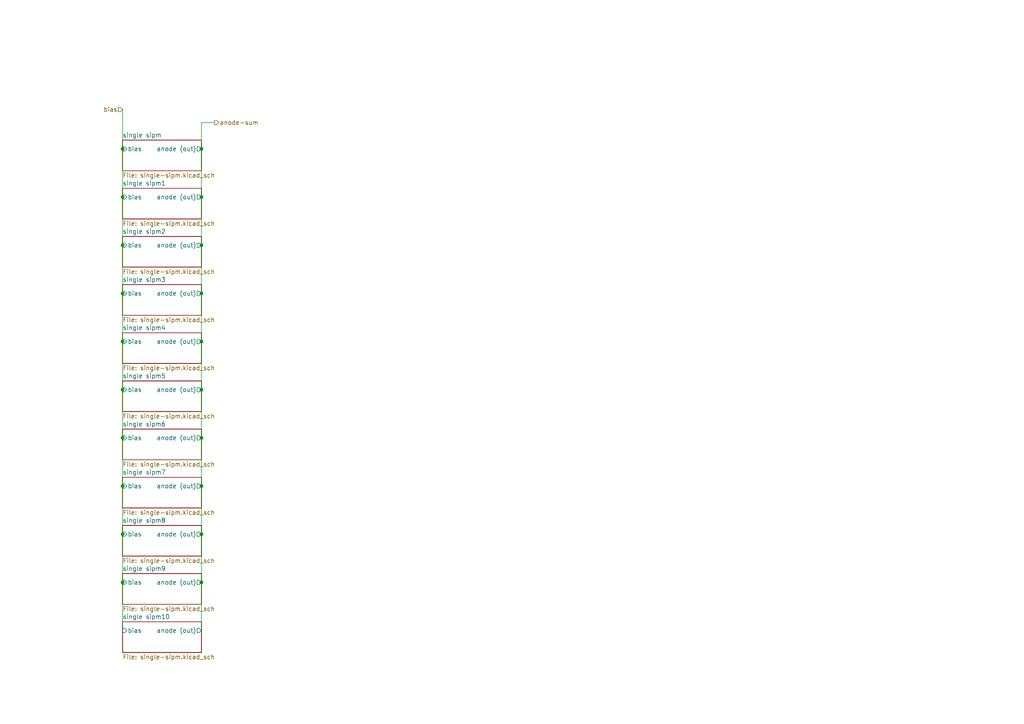
<source format=kicad_sch>
(kicad_sch
	(version 20250114)
	(generator "eeschema")
	(generator_version "9.0")
	(uuid "20612a74-b708-4c0b-a25b-22ca09df984a")
	(paper "A4")
	(lib_symbols)
	(junction
		(at 58.42 99.06)
		(diameter 0)
		(color 0 0 0 0)
		(uuid "0fc902e1-e0f5-4949-8dae-3da1da43ea7f")
	)
	(junction
		(at 58.42 140.97)
		(diameter 0)
		(color 0 0 0 0)
		(uuid "17bb7d1c-7cca-49ab-b858-66bfb9f79fa7")
	)
	(junction
		(at 35.56 168.91)
		(diameter 0)
		(color 0 0 0 0)
		(uuid "2295f8e4-6070-4ead-bd6a-d2b330448e90")
	)
	(junction
		(at 35.56 71.12)
		(diameter 0)
		(color 0 0 0 0)
		(uuid "2ba34e0d-735e-446b-b6b6-5eab89b768da")
	)
	(junction
		(at 35.56 154.94)
		(diameter 0)
		(color 0 0 0 0)
		(uuid "3c73ff54-9988-4578-a862-9feafc646afa")
	)
	(junction
		(at 58.42 127)
		(diameter 0)
		(color 0 0 0 0)
		(uuid "416357b7-e415-47d9-ba24-38fff43a94af")
	)
	(junction
		(at 35.56 99.06)
		(diameter 0)
		(color 0 0 0 0)
		(uuid "49f43d7e-ff0f-49e7-9b1c-12fe1054e205")
	)
	(junction
		(at 35.56 43.18)
		(diameter 0)
		(color 0 0 0 0)
		(uuid "4d9a09c4-f577-4461-9981-5a93c489917c")
	)
	(junction
		(at 35.56 57.15)
		(diameter 0)
		(color 0 0 0 0)
		(uuid "5950fe31-ea96-4f75-a90b-9ef5904b1984")
	)
	(junction
		(at 58.42 113.03)
		(diameter 0)
		(color 0 0 0 0)
		(uuid "5e861c29-ec98-4432-9fac-f3575d5811f6")
	)
	(junction
		(at 58.42 154.94)
		(diameter 0)
		(color 0 0 0 0)
		(uuid "806b2a3d-9140-4696-80cb-1d8e1075e663")
	)
	(junction
		(at 58.42 43.18)
		(diameter 0)
		(color 0 0 0 0)
		(uuid "81aafb9c-3d3a-48d5-ad5c-b24864842d47")
	)
	(junction
		(at 35.56 113.03)
		(diameter 0)
		(color 0 0 0 0)
		(uuid "843479b5-4789-4036-80bf-c97d638a1437")
	)
	(junction
		(at 58.42 57.15)
		(diameter 0)
		(color 0 0 0 0)
		(uuid "95100910-8609-4dca-b539-440da4ffcbdd")
	)
	(junction
		(at 35.56 85.09)
		(diameter 0)
		(color 0 0 0 0)
		(uuid "9ba686a7-dfd6-4004-9115-ff3f255c8ced")
	)
	(junction
		(at 58.42 71.12)
		(diameter 0)
		(color 0 0 0 0)
		(uuid "9d9a2cb3-63d6-4838-aa07-90bb9910bc77")
	)
	(junction
		(at 35.56 140.97)
		(diameter 0)
		(color 0 0 0 0)
		(uuid "d20e4329-62e9-4497-aa8a-4a3e72a957a7")
	)
	(junction
		(at 58.42 85.09)
		(diameter 0)
		(color 0 0 0 0)
		(uuid "daecd889-f761-4dec-baf5-ae50c117d9a1")
	)
	(junction
		(at 35.56 127)
		(diameter 0)
		(color 0 0 0 0)
		(uuid "e30006be-97ce-49fb-8c12-9ee00a9dc529")
	)
	(junction
		(at 58.42 168.91)
		(diameter 0)
		(color 0 0 0 0)
		(uuid "e8d50bbb-ef19-4906-ac86-296c30b5ea09")
	)
	(wire
		(pts
			(xy 58.42 57.15) (xy 58.42 71.12)
		)
		(stroke
			(width 0)
			(type default)
		)
		(uuid "2af908f9-57d9-47e0-86d6-fe3fd1a573a7")
	)
	(wire
		(pts
			(xy 58.42 140.97) (xy 58.42 154.94)
		)
		(stroke
			(width 0)
			(type default)
		)
		(uuid "2cafea06-41b2-4250-8296-3bddf1561cb0")
	)
	(wire
		(pts
			(xy 58.42 35.56) (xy 58.42 43.18)
		)
		(stroke
			(width 0)
			(type default)
		)
		(uuid "2fede623-9ed5-4a03-9736-3026cdc10d75")
	)
	(wire
		(pts
			(xy 35.56 57.15) (xy 35.56 71.12)
		)
		(stroke
			(width 0)
			(type default)
		)
		(uuid "38b41e68-1bc7-4670-b94c-dc84c26661d1")
	)
	(wire
		(pts
			(xy 62.23 35.56) (xy 58.42 35.56)
		)
		(stroke
			(width 0)
			(type default)
		)
		(uuid "39e835b5-8d42-4b4d-8c37-ddd65042a6ed")
	)
	(wire
		(pts
			(xy 35.56 85.09) (xy 35.56 99.06)
		)
		(stroke
			(width 0)
			(type default)
		)
		(uuid "3cca012d-0ce8-4891-b9f5-75c2a859bddc")
	)
	(wire
		(pts
			(xy 58.42 154.94) (xy 58.42 168.91)
		)
		(stroke
			(width 0)
			(type default)
		)
		(uuid "4ebb8eb4-16f5-4d2d-b5df-302cb38db79d")
	)
	(wire
		(pts
			(xy 58.42 99.06) (xy 58.42 113.03)
		)
		(stroke
			(width 0)
			(type default)
		)
		(uuid "593fb189-1dbd-4dd0-8914-a672a2159405")
	)
	(wire
		(pts
			(xy 35.56 31.75) (xy 35.56 43.18)
		)
		(stroke
			(width 0)
			(type default)
		)
		(uuid "60ee42f9-1fad-41fe-b7dc-79d55513288e")
	)
	(wire
		(pts
			(xy 58.42 85.09) (xy 58.42 99.06)
		)
		(stroke
			(width 0)
			(type default)
		)
		(uuid "6b18c31e-d22e-45ef-bfc5-9d8548121d20")
	)
	(wire
		(pts
			(xy 58.42 113.03) (xy 58.42 127)
		)
		(stroke
			(width 0)
			(type default)
		)
		(uuid "71dd7d92-6154-4eb7-a150-dba3eb163fa0")
	)
	(wire
		(pts
			(xy 35.56 43.18) (xy 35.56 57.15)
		)
		(stroke
			(width 0)
			(type default)
		)
		(uuid "7a509186-c4ba-4e57-98b9-41500bb513c4")
	)
	(wire
		(pts
			(xy 58.42 71.12) (xy 58.42 85.09)
		)
		(stroke
			(width 0)
			(type default)
		)
		(uuid "8184857d-cbbd-4a89-bd64-bf1cde24a5c0")
	)
	(wire
		(pts
			(xy 58.42 168.91) (xy 58.42 182.88)
		)
		(stroke
			(width 0)
			(type default)
		)
		(uuid "853d811b-4acf-4272-9382-be66de2ede96")
	)
	(wire
		(pts
			(xy 35.56 140.97) (xy 35.56 154.94)
		)
		(stroke
			(width 0)
			(type default)
		)
		(uuid "8b7b5aab-1f0c-4cb1-bc37-374f20f479cc")
	)
	(wire
		(pts
			(xy 35.56 113.03) (xy 35.56 127)
		)
		(stroke
			(width 0)
			(type default)
		)
		(uuid "99451d4c-bb2f-47a7-b309-80dd1268e5dd")
	)
	(wire
		(pts
			(xy 35.56 127) (xy 35.56 140.97)
		)
		(stroke
			(width 0)
			(type default)
		)
		(uuid "9bf750ed-1ac2-4b39-bf0b-a75c86d92f25")
	)
	(wire
		(pts
			(xy 35.56 154.94) (xy 35.56 168.91)
		)
		(stroke
			(width 0)
			(type default)
		)
		(uuid "b09c7c4d-738c-4131-9dbd-b2a45086e848")
	)
	(wire
		(pts
			(xy 35.56 71.12) (xy 35.56 85.09)
		)
		(stroke
			(width 0)
			(type default)
		)
		(uuid "bd290b47-fef1-431a-aa31-9a98c09429ff")
	)
	(wire
		(pts
			(xy 35.56 99.06) (xy 35.56 113.03)
		)
		(stroke
			(width 0)
			(type default)
		)
		(uuid "d343f982-8047-492e-8815-97ba9c5e77c4")
	)
	(wire
		(pts
			(xy 58.42 43.18) (xy 58.42 57.15)
		)
		(stroke
			(width 0)
			(type default)
		)
		(uuid "d7d41e5c-9161-4c66-9d31-324d63fe0c64")
	)
	(wire
		(pts
			(xy 58.42 127) (xy 58.42 140.97)
		)
		(stroke
			(width 0)
			(type default)
		)
		(uuid "ebe45add-fb20-4471-9772-71c3e64ac71c")
	)
	(wire
		(pts
			(xy 35.56 168.91) (xy 35.56 182.88)
		)
		(stroke
			(width 0)
			(type default)
		)
		(uuid "f1474104-500a-4c43-862d-2bd4cbdd6b49")
	)
	(hierarchical_label "bias"
		(shape input)
		(at 35.56 31.75 180)
		(effects
			(font
				(size 1.27 1.27)
			)
			(justify right)
		)
		(uuid "3e35c78a-db8d-4f78-981e-2f1ed3705d63")
	)
	(hierarchical_label "anode-sum"
		(shape output)
		(at 62.23 35.56 0)
		(effects
			(font
				(size 1.27 1.27)
			)
			(justify left)
		)
		(uuid "ec115b20-ccf9-4a4f-ac92-12f380516f36")
	)
	(sheet
		(at 35.56 82.55)
		(size 22.86 8.89)
		(exclude_from_sim no)
		(in_bom yes)
		(on_board yes)
		(dnp no)
		(fields_autoplaced yes)
		(stroke
			(width 0.1524)
			(type solid)
		)
		(fill
			(color 0 0 0 0.0000)
		)
		(uuid "000c6149-85ad-4330-a3b6-69b3fb993101")
		(property "Sheetname" "single sipm3"
			(at 35.56 81.8384 0)
			(effects
				(font
					(size 1.27 1.27)
				)
				(justify left bottom)
			)
		)
		(property "Sheetfile" "single-sipm.kicad_sch"
			(at 35.56 92.0246 0)
			(effects
				(font
					(size 1.27 1.27)
				)
				(justify left top)
			)
		)
		(pin "bias" input
			(at 35.56 85.09 180)
			(uuid "37cb2519-a386-482a-9e88-6ad0e3b9c86e")
			(effects
				(font
					(size 1.27 1.27)
				)
				(justify left)
			)
		)
		(pin "anode (out)" output
			(at 58.42 85.09 0)
			(uuid "9265f707-237d-4b18-a3fc-90d0170f07af")
			(effects
				(font
					(size 1.27 1.27)
				)
				(justify right)
			)
		)
		(instances
			(project "sipm-carrier"
				(path "/0ea1ec1f-35e4-4e8d-a06b-0b5fbc621c37/3c074e82-70e4-413f-9404-27bc853217d4"
					(page "8")
				)
			)
		)
	)
	(sheet
		(at 35.56 110.49)
		(size 22.86 8.89)
		(exclude_from_sim no)
		(in_bom yes)
		(on_board yes)
		(dnp no)
		(fields_autoplaced yes)
		(stroke
			(width 0.1524)
			(type solid)
		)
		(fill
			(color 0 0 0 0.0000)
		)
		(uuid "13b9ecbf-a2f2-43b2-9afc-6798ea294c0d")
		(property "Sheetname" "single sipm5"
			(at 35.56 109.7784 0)
			(effects
				(font
					(size 1.27 1.27)
				)
				(justify left bottom)
			)
		)
		(property "Sheetfile" "single-sipm.kicad_sch"
			(at 35.56 119.9646 0)
			(effects
				(font
					(size 1.27 1.27)
				)
				(justify left top)
			)
		)
		(pin "bias" input
			(at 35.56 113.03 180)
			(uuid "45020939-fdd0-4270-9c0f-d3724c4b8ac4")
			(effects
				(font
					(size 1.27 1.27)
				)
				(justify left)
			)
		)
		(pin "anode (out)" output
			(at 58.42 113.03 0)
			(uuid "35046fa5-5b23-4c19-9640-f8584939adc3")
			(effects
				(font
					(size 1.27 1.27)
				)
				(justify right)
			)
		)
		(instances
			(project "sipm-carrier"
				(path "/0ea1ec1f-35e4-4e8d-a06b-0b5fbc621c37/3c074e82-70e4-413f-9404-27bc853217d4"
					(page "10")
				)
			)
		)
	)
	(sheet
		(at 35.56 40.64)
		(size 22.86 8.89)
		(exclude_from_sim no)
		(in_bom yes)
		(on_board yes)
		(dnp no)
		(fields_autoplaced yes)
		(stroke
			(width 0.1524)
			(type solid)
		)
		(fill
			(color 0 0 0 0.0000)
		)
		(uuid "5875f7f7-f118-469a-b99c-ebafae8b3937")
		(property "Sheetname" "single sipm"
			(at 35.56 39.9284 0)
			(effects
				(font
					(size 1.27 1.27)
				)
				(justify left bottom)
			)
		)
		(property "Sheetfile" "single-sipm.kicad_sch"
			(at 35.56 50.1146 0)
			(effects
				(font
					(size 1.27 1.27)
				)
				(justify left top)
			)
		)
		(pin "bias" input
			(at 35.56 43.18 180)
			(uuid "ec9b4a31-408e-410d-989e-e55c32f900d7")
			(effects
				(font
					(size 1.27 1.27)
				)
				(justify left)
			)
		)
		(pin "anode (out)" output
			(at 58.42 43.18 0)
			(uuid "5a37b8d6-5661-4e32-aa88-d50f32d187dc")
			(effects
				(font
					(size 1.27 1.27)
				)
				(justify right)
			)
		)
		(instances
			(project "sipm-carrier"
				(path "/0ea1ec1f-35e4-4e8d-a06b-0b5fbc621c37/3c074e82-70e4-413f-9404-27bc853217d4"
					(page "5")
				)
			)
		)
	)
	(sheet
		(at 35.56 68.58)
		(size 22.86 8.89)
		(exclude_from_sim no)
		(in_bom yes)
		(on_board yes)
		(dnp no)
		(fields_autoplaced yes)
		(stroke
			(width 0.1524)
			(type solid)
		)
		(fill
			(color 0 0 0 0.0000)
		)
		(uuid "6f3057b3-609b-4865-96c4-2aab7db6a46c")
		(property "Sheetname" "single sipm2"
			(at 35.56 67.8684 0)
			(effects
				(font
					(size 1.27 1.27)
				)
				(justify left bottom)
			)
		)
		(property "Sheetfile" "single-sipm.kicad_sch"
			(at 35.56 78.0546 0)
			(effects
				(font
					(size 1.27 1.27)
				)
				(justify left top)
			)
		)
		(pin "bias" input
			(at 35.56 71.12 180)
			(uuid "055592db-ec4a-499a-a2a5-23dd9951e0e3")
			(effects
				(font
					(size 1.27 1.27)
				)
				(justify left)
			)
		)
		(pin "anode (out)" output
			(at 58.42 71.12 0)
			(uuid "fb200af6-103b-469c-9de5-db8842816acd")
			(effects
				(font
					(size 1.27 1.27)
				)
				(justify right)
			)
		)
		(instances
			(project "sipm-carrier"
				(path "/0ea1ec1f-35e4-4e8d-a06b-0b5fbc621c37/3c074e82-70e4-413f-9404-27bc853217d4"
					(page "7")
				)
			)
		)
	)
	(sheet
		(at 35.56 54.61)
		(size 22.86 8.89)
		(exclude_from_sim no)
		(in_bom yes)
		(on_board yes)
		(dnp no)
		(fields_autoplaced yes)
		(stroke
			(width 0.1524)
			(type solid)
		)
		(fill
			(color 0 0 0 0.0000)
		)
		(uuid "7bced872-2407-4e58-8d53-262d8dffe308")
		(property "Sheetname" "single sipm1"
			(at 35.56 53.8984 0)
			(effects
				(font
					(size 1.27 1.27)
				)
				(justify left bottom)
			)
		)
		(property "Sheetfile" "single-sipm.kicad_sch"
			(at 35.56 64.0846 0)
			(effects
				(font
					(size 1.27 1.27)
				)
				(justify left top)
			)
		)
		(pin "bias" input
			(at 35.56 57.15 180)
			(uuid "7d830d5d-4b88-4445-9bbe-59b9af997e50")
			(effects
				(font
					(size 1.27 1.27)
				)
				(justify left)
			)
		)
		(pin "anode (out)" output
			(at 58.42 57.15 0)
			(uuid "f06b4fe8-3ba0-4cd0-8e70-b2924cb89415")
			(effects
				(font
					(size 1.27 1.27)
				)
				(justify right)
			)
		)
		(instances
			(project "sipm-carrier"
				(path "/0ea1ec1f-35e4-4e8d-a06b-0b5fbc621c37/3c074e82-70e4-413f-9404-27bc853217d4"
					(page "6")
				)
			)
		)
	)
	(sheet
		(at 35.56 96.52)
		(size 22.86 8.89)
		(exclude_from_sim no)
		(in_bom yes)
		(on_board yes)
		(dnp no)
		(fields_autoplaced yes)
		(stroke
			(width 0.1524)
			(type solid)
		)
		(fill
			(color 0 0 0 0.0000)
		)
		(uuid "8320d274-72a1-4b71-8661-ac218bb0d748")
		(property "Sheetname" "single sipm4"
			(at 35.56 95.8084 0)
			(effects
				(font
					(size 1.27 1.27)
				)
				(justify left bottom)
			)
		)
		(property "Sheetfile" "single-sipm.kicad_sch"
			(at 35.56 105.9946 0)
			(effects
				(font
					(size 1.27 1.27)
				)
				(justify left top)
			)
		)
		(pin "bias" input
			(at 35.56 99.06 180)
			(uuid "7c31cd8c-7534-4649-9768-c7176bae75c1")
			(effects
				(font
					(size 1.27 1.27)
				)
				(justify left)
			)
		)
		(pin "anode (out)" output
			(at 58.42 99.06 0)
			(uuid "e868a70f-5f48-4128-b094-533e2bf15565")
			(effects
				(font
					(size 1.27 1.27)
				)
				(justify right)
			)
		)
		(instances
			(project "sipm-carrier"
				(path "/0ea1ec1f-35e4-4e8d-a06b-0b5fbc621c37/3c074e82-70e4-413f-9404-27bc853217d4"
					(page "9")
				)
			)
		)
	)
	(sheet
		(at 35.56 138.43)
		(size 22.86 8.89)
		(exclude_from_sim no)
		(in_bom yes)
		(on_board yes)
		(dnp no)
		(fields_autoplaced yes)
		(stroke
			(width 0.1524)
			(type solid)
		)
		(fill
			(color 0 0 0 0.0000)
		)
		(uuid "8f303d6d-2d78-4f75-a2fe-072aff4a0444")
		(property "Sheetname" "single sipm7"
			(at 35.56 137.7184 0)
			(effects
				(font
					(size 1.27 1.27)
				)
				(justify left bottom)
			)
		)
		(property "Sheetfile" "single-sipm.kicad_sch"
			(at 35.56 147.9046 0)
			(effects
				(font
					(size 1.27 1.27)
				)
				(justify left top)
			)
		)
		(pin "bias" input
			(at 35.56 140.97 180)
			(uuid "5dd56fae-a2be-4b49-a597-1c3b20425a67")
			(effects
				(font
					(size 1.27 1.27)
				)
				(justify left)
			)
		)
		(pin "anode (out)" output
			(at 58.42 140.97 0)
			(uuid "2a970666-dfb1-4324-8375-c4414af8d6e0")
			(effects
				(font
					(size 1.27 1.27)
				)
				(justify right)
			)
		)
		(instances
			(project "sipm-carrier"
				(path "/0ea1ec1f-35e4-4e8d-a06b-0b5fbc621c37/3c074e82-70e4-413f-9404-27bc853217d4"
					(page "12")
				)
			)
		)
	)
	(sheet
		(at 35.56 124.46)
		(size 22.86 8.89)
		(exclude_from_sim no)
		(in_bom yes)
		(on_board yes)
		(dnp no)
		(fields_autoplaced yes)
		(stroke
			(width 0.1524)
			(type solid)
		)
		(fill
			(color 0 0 0 0.0000)
		)
		(uuid "915479fd-f051-4721-9a77-8b6f5044a277")
		(property "Sheetname" "single sipm6"
			(at 35.56 123.7484 0)
			(effects
				(font
					(size 1.27 1.27)
				)
				(justify left bottom)
			)
		)
		(property "Sheetfile" "single-sipm.kicad_sch"
			(at 35.56 133.9346 0)
			(effects
				(font
					(size 1.27 1.27)
				)
				(justify left top)
			)
		)
		(pin "bias" input
			(at 35.56 127 180)
			(uuid "db426163-4a44-408b-90a8-bd3d099214a0")
			(effects
				(font
					(size 1.27 1.27)
				)
				(justify left)
			)
		)
		(pin "anode (out)" output
			(at 58.42 127 0)
			(uuid "84452723-43ed-4f95-ace2-21c26fa07a07")
			(effects
				(font
					(size 1.27 1.27)
				)
				(justify right)
			)
		)
		(instances
			(project "sipm-carrier"
				(path "/0ea1ec1f-35e4-4e8d-a06b-0b5fbc621c37/3c074e82-70e4-413f-9404-27bc853217d4"
					(page "11")
				)
			)
		)
	)
	(sheet
		(at 35.56 180.34)
		(size 22.86 8.89)
		(exclude_from_sim no)
		(in_bom yes)
		(on_board yes)
		(dnp no)
		(fields_autoplaced yes)
		(stroke
			(width 0.1524)
			(type solid)
		)
		(fill
			(color 0 0 0 0.0000)
		)
		(uuid "b9f38797-6441-4372-95c5-75e83693f6bd")
		(property "Sheetname" "single sipm10"
			(at 35.56 179.6284 0)
			(effects
				(font
					(size 1.27 1.27)
				)
				(justify left bottom)
			)
		)
		(property "Sheetfile" "single-sipm.kicad_sch"
			(at 35.56 189.8146 0)
			(effects
				(font
					(size 1.27 1.27)
				)
				(justify left top)
			)
		)
		(pin "bias" input
			(at 35.56 182.88 180)
			(uuid "0bde6ac4-853e-4416-8ff0-8eb7a35fa3cf")
			(effects
				(font
					(size 1.27 1.27)
				)
				(justify left)
			)
		)
		(pin "anode (out)" output
			(at 58.42 182.88 0)
			(uuid "405a0382-ad11-4299-940f-5cbd29882b2d")
			(effects
				(font
					(size 1.27 1.27)
				)
				(justify right)
			)
		)
		(instances
			(project "sipm-carrier"
				(path "/0ea1ec1f-35e4-4e8d-a06b-0b5fbc621c37/3c074e82-70e4-413f-9404-27bc853217d4"
					(page "17")
				)
			)
		)
	)
	(sheet
		(at 35.56 166.37)
		(size 22.86 8.89)
		(exclude_from_sim no)
		(in_bom yes)
		(on_board yes)
		(dnp no)
		(fields_autoplaced yes)
		(stroke
			(width 0.1524)
			(type solid)
		)
		(fill
			(color 0 0 0 0.0000)
		)
		(uuid "cd9fe45f-30e0-417f-b8a6-a8a9a706fb50")
		(property "Sheetname" "single sipm9"
			(at 35.56 165.6584 0)
			(effects
				(font
					(size 1.27 1.27)
				)
				(justify left bottom)
			)
		)
		(property "Sheetfile" "single-sipm.kicad_sch"
			(at 35.56 175.8446 0)
			(effects
				(font
					(size 1.27 1.27)
				)
				(justify left top)
			)
		)
		(pin "bias" input
			(at 35.56 168.91 180)
			(uuid "7b0745e9-4d19-422b-b183-3cb8a3c4fb39")
			(effects
				(font
					(size 1.27 1.27)
				)
				(justify left)
			)
		)
		(pin "anode (out)" output
			(at 58.42 168.91 0)
			(uuid "8765d5c0-6376-4453-af6a-b32e7044cdb2")
			(effects
				(font
					(size 1.27 1.27)
				)
				(justify right)
			)
		)
		(instances
			(project "sipm-carrier"
				(path "/0ea1ec1f-35e4-4e8d-a06b-0b5fbc621c37/3c074e82-70e4-413f-9404-27bc853217d4"
					(page "14")
				)
			)
		)
	)
	(sheet
		(at 35.56 152.4)
		(size 22.86 8.89)
		(exclude_from_sim no)
		(in_bom yes)
		(on_board yes)
		(dnp no)
		(fields_autoplaced yes)
		(stroke
			(width 0.1524)
			(type solid)
		)
		(fill
			(color 0 0 0 0.0000)
		)
		(uuid "e8c54c3a-4001-4a4d-994b-78da1912da2c")
		(property "Sheetname" "single sipm8"
			(at 35.56 151.6884 0)
			(effects
				(font
					(size 1.27 1.27)
				)
				(justify left bottom)
			)
		)
		(property "Sheetfile" "single-sipm.kicad_sch"
			(at 35.56 161.8746 0)
			(effects
				(font
					(size 1.27 1.27)
				)
				(justify left top)
			)
		)
		(pin "bias" input
			(at 35.56 154.94 180)
			(uuid "cd900354-a881-4577-a8be-0107ca1c0871")
			(effects
				(font
					(size 1.27 1.27)
				)
				(justify left)
			)
		)
		(pin "anode (out)" output
			(at 58.42 154.94 0)
			(uuid "f0e96658-73f6-41e7-869b-41cfe728b829")
			(effects
				(font
					(size 1.27 1.27)
				)
				(justify right)
			)
		)
		(instances
			(project "sipm-carrier"
				(path "/0ea1ec1f-35e4-4e8d-a06b-0b5fbc621c37/3c074e82-70e4-413f-9404-27bc853217d4"
					(page "13")
				)
			)
		)
	)
)

</source>
